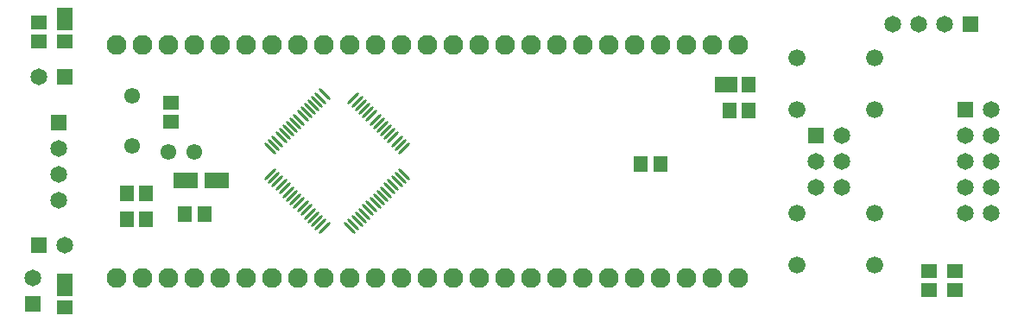
<source format=gts>
%FSLAX25Y25*%
%MOIN*%
G70*
G01*
G75*
G04 Layer_Color=8388736*
%ADD10R,0.05118X0.05906*%
%ADD11R,0.08661X0.05906*%
%ADD12R,0.05906X0.05118*%
G04:AMPARAMS|DCode=13|XSize=9.84mil|YSize=61.02mil|CornerRadius=0mil|HoleSize=0mil|Usage=FLASHONLY|Rotation=45.000|XOffset=0mil|YOffset=0mil|HoleType=Round|Shape=Round|*
%AMOVALD13*
21,1,0.05118,0.00984,0.00000,0.00000,135.0*
1,1,0.00984,0.01810,-0.01810*
1,1,0.00984,-0.01810,0.01810*
%
%ADD13OVALD13*%

G04:AMPARAMS|DCode=14|XSize=9.84mil|YSize=61.02mil|CornerRadius=0mil|HoleSize=0mil|Usage=FLASHONLY|Rotation=315.000|XOffset=0mil|YOffset=0mil|HoleType=Round|Shape=Round|*
%AMOVALD14*
21,1,0.05118,0.00984,0.00000,0.00000,45.0*
1,1,0.00984,-0.01810,-0.01810*
1,1,0.00984,0.01810,0.01810*
%
%ADD14OVALD14*%

%ADD15R,0.08012X0.05906*%
%ADD16R,0.05906X0.08012*%
%ADD17C,0.03937*%
%ADD18C,0.01000*%
%ADD19C,0.06000*%
%ADD20R,0.05906X0.05906*%
%ADD21C,0.05906*%
%ADD22C,0.07087*%
%ADD23R,0.05906X0.05906*%
%ADD24C,0.05512*%
%ADD25C,0.02756*%
G04:AMPARAMS|DCode=26|XSize=59.06mil|YSize=51.18mil|CornerRadius=0mil|HoleSize=0mil|Usage=FLASHONLY|Rotation=315.000|XOffset=0mil|YOffset=0mil|HoleType=Round|Shape=Rectangle|*
%AMROTATEDRECTD26*
4,1,4,-0.03897,0.00278,-0.00278,0.03897,0.03897,-0.00278,0.00278,-0.03897,-0.03897,0.00278,0.0*
%
%ADD26ROTATEDRECTD26*%

G04:AMPARAMS|DCode=27|XSize=59.06mil|YSize=51.18mil|CornerRadius=0mil|HoleSize=0mil|Usage=FLASHONLY|Rotation=45.000|XOffset=0mil|YOffset=0mil|HoleType=Round|Shape=Rectangle|*
%AMROTATEDRECTD27*
4,1,4,-0.00278,-0.03897,-0.03897,-0.00278,0.00278,0.03897,0.03897,0.00278,-0.00278,-0.03897,0.0*
%
%ADD27ROTATEDRECTD27*%

%ADD28R,0.05906X0.08661*%
%ADD29R,0.03740X0.07480*%
%ADD30R,0.21654X0.27165*%
%ADD31R,0.07874X0.05118*%
%ADD32C,0.03740*%
%ADD33C,0.02362*%
%ADD34C,0.00394*%
%ADD35C,0.00787*%
%ADD36C,0.00800*%
%ADD37C,0.00100*%
%ADD38C,0.00591*%
%ADD39R,0.04000X0.04000*%
%ADD40R,0.05709X0.06496*%
%ADD41R,0.09252X0.06496*%
%ADD42R,0.06496X0.05709*%
%ADD43R,0.08603X0.06496*%
%ADD44R,0.06496X0.08603*%
%ADD45C,0.06591*%
%ADD46R,0.06496X0.06496*%
%ADD47C,0.06496*%
%ADD48C,0.07677*%
%ADD49R,0.06496X0.06496*%
%ADD50C,0.06102*%
D13*
X176559Y141821D02*
D03*
X175167Y140429D02*
D03*
X173775Y139037D02*
D03*
X172383Y137645D02*
D03*
X170991Y136253D02*
D03*
X169599Y134861D02*
D03*
X168207Y133469D02*
D03*
X166815Y132077D02*
D03*
X165423Y130685D02*
D03*
X164031Y129293D02*
D03*
X162639Y127901D02*
D03*
X161247Y126509D02*
D03*
X159855Y125117D02*
D03*
X158463Y123725D02*
D03*
X157071Y122333D02*
D03*
X155679Y120941D02*
D03*
X186441Y90179D02*
D03*
X187833Y91571D02*
D03*
X189225Y92963D02*
D03*
X190617Y94355D02*
D03*
X192009Y95747D02*
D03*
X193401Y97139D02*
D03*
X194793Y98531D02*
D03*
X196185Y99923D02*
D03*
X197577Y101315D02*
D03*
X198969Y102707D02*
D03*
X200361Y104099D02*
D03*
X201753Y105491D02*
D03*
X203145Y106883D02*
D03*
X204537Y108275D02*
D03*
X205929Y109667D02*
D03*
X207321Y111059D02*
D03*
D14*
X155679Y111059D02*
D03*
X157071Y109667D02*
D03*
X158463Y108275D02*
D03*
X159855Y106883D02*
D03*
X161247Y105491D02*
D03*
X162639Y104099D02*
D03*
X164031Y102707D02*
D03*
X165423Y101315D02*
D03*
X166815Y99923D02*
D03*
X168207Y98531D02*
D03*
X169599Y97139D02*
D03*
X170991Y95747D02*
D03*
X172383Y94355D02*
D03*
X173775Y92963D02*
D03*
X175167Y91571D02*
D03*
X176559Y90179D02*
D03*
X207321Y120941D02*
D03*
X205929Y122333D02*
D03*
X204537Y123725D02*
D03*
X203145Y125117D02*
D03*
X201753Y126509D02*
D03*
X200361Y127901D02*
D03*
X198969Y129293D02*
D03*
X197577Y130685D02*
D03*
X196185Y132077D02*
D03*
X194793Y133469D02*
D03*
X193401Y134861D02*
D03*
X192009Y136253D02*
D03*
X190617Y137645D02*
D03*
X189225Y139037D02*
D03*
X187833Y140429D02*
D03*
D40*
X100260Y103500D02*
D03*
X107740D02*
D03*
X107740Y93500D02*
D03*
X100260D02*
D03*
X122760Y95500D02*
D03*
X130240D02*
D03*
X298760Y115000D02*
D03*
X306240D02*
D03*
X340500Y135571D02*
D03*
X333020D02*
D03*
X340500Y145571D02*
D03*
D41*
X122898Y108500D02*
D03*
X135102D02*
D03*
D42*
X420000Y73740D02*
D03*
Y66260D02*
D03*
X117500Y131260D02*
D03*
Y138740D02*
D03*
X410000Y73740D02*
D03*
Y66260D02*
D03*
X66500Y169740D02*
D03*
Y162260D02*
D03*
X76500D02*
D03*
Y59760D02*
D03*
D43*
X331820Y145571D02*
D03*
D44*
X76500Y170940D02*
D03*
Y68440D02*
D03*
D45*
X359000Y136000D02*
D03*
Y156000D02*
D03*
X389000Y136000D02*
D03*
Y156000D02*
D03*
X359000Y76000D02*
D03*
Y96000D02*
D03*
X389000Y76000D02*
D03*
Y96000D02*
D03*
D46*
X424000Y136000D02*
D03*
X74000Y131000D02*
D03*
X366500Y126000D02*
D03*
X64000Y61000D02*
D03*
D47*
X434000Y136000D02*
D03*
X424000Y126000D02*
D03*
X434000D02*
D03*
X424000Y116000D02*
D03*
X434000D02*
D03*
X424000Y106000D02*
D03*
X434000D02*
D03*
X424000Y96000D02*
D03*
X434000D02*
D03*
X74000Y101000D02*
D03*
Y111000D02*
D03*
Y121000D02*
D03*
X416000Y169000D02*
D03*
X406000D02*
D03*
X396000D02*
D03*
X366500Y116000D02*
D03*
Y106000D02*
D03*
X376500Y126000D02*
D03*
Y116000D02*
D03*
Y106000D02*
D03*
X64000Y71000D02*
D03*
X76500Y83500D02*
D03*
X66500Y148500D02*
D03*
D48*
X96500Y161000D02*
D03*
X106500D02*
D03*
X316500D02*
D03*
X326500D02*
D03*
X336500D02*
D03*
X306500D02*
D03*
X296500D02*
D03*
X286500D02*
D03*
X276500D02*
D03*
X266500D02*
D03*
X256500D02*
D03*
X246500D02*
D03*
X236500D02*
D03*
X226500D02*
D03*
X216500D02*
D03*
X206500D02*
D03*
X196500D02*
D03*
X116500D02*
D03*
X126500D02*
D03*
X136500D02*
D03*
X146500D02*
D03*
X156500D02*
D03*
X166500D02*
D03*
X176500D02*
D03*
X186500D02*
D03*
X336500Y71000D02*
D03*
X306500D02*
D03*
X286500D02*
D03*
X276500D02*
D03*
X266500D02*
D03*
X256500D02*
D03*
X246500D02*
D03*
X236500D02*
D03*
X226500D02*
D03*
X216500D02*
D03*
X206500D02*
D03*
X196500D02*
D03*
X186500D02*
D03*
X176500D02*
D03*
X166500D02*
D03*
X156500D02*
D03*
X146500D02*
D03*
X136500D02*
D03*
X126500D02*
D03*
X116500D02*
D03*
X106500D02*
D03*
X96500D02*
D03*
X296500D02*
D03*
X316500D02*
D03*
X326500D02*
D03*
D49*
X426000Y169000D02*
D03*
X66500Y83500D02*
D03*
X76500Y148500D02*
D03*
D50*
X102500Y141213D02*
D03*
Y122000D02*
D03*
X116500Y119500D02*
D03*
X126500D02*
D03*
M02*

</source>
